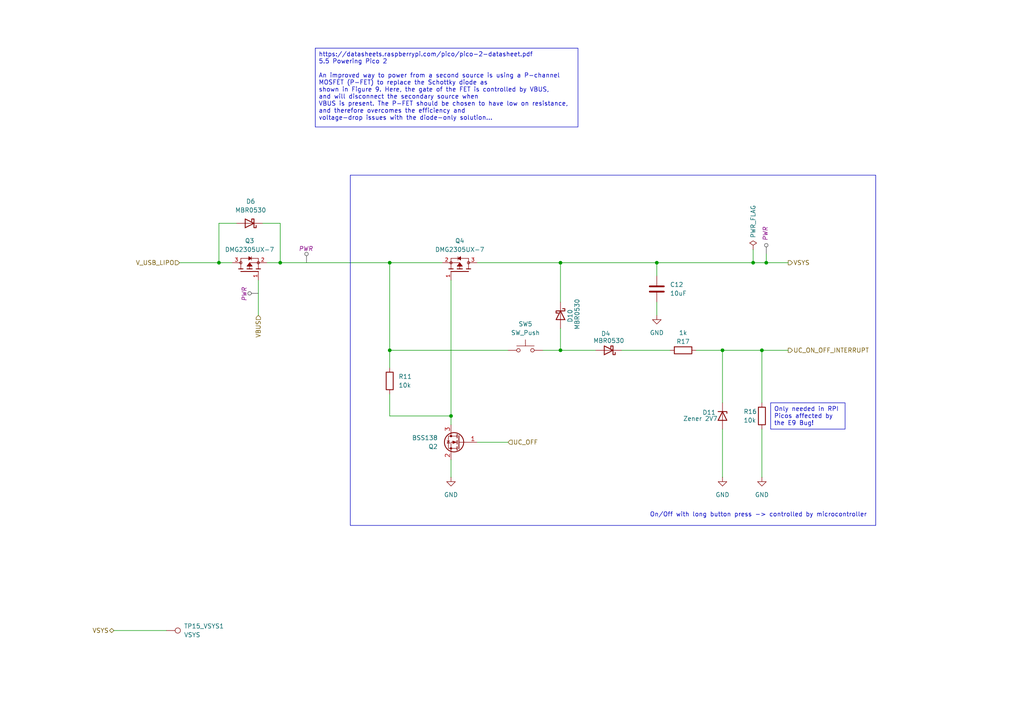
<source format=kicad_sch>
(kicad_sch (version 20250114) (generator "eeschema") (generator_version "9.0")
  (paper "A4")
  (lib_symbols
    (symbol "Connector:TestPoint" (pin_numbers (hide yes)) (pin_names (offset 0.762) (hide yes))
      (property "Reference" "TP" (at 0 6.858 0))
      (property "Value" "TestPoint" (at 0 5.08 0))
      (symbol "TestPoint_0_1"
        (circle (center 0 3.302) (radius 0.762))
      )
      (symbol "TestPoint_1_1"
        (pin passive line (at 0 0 90) (length 2.54) (name "1") (number "1"))
      )
    )
    (symbol "DMG2305UX-7:DMG2305UX-7" (pin_names (offset 1.016))
      (property "Reference" "Q" (at -8.89 3.81 0))
      (property "Value" "DMG2305UX-7" (at -8.89 -6.35 0))
      (symbol "DMG2305UX-7_0_0"
        (polyline (pts (xy 0 -2.54) (xy 0 2.54)) (stroke (width 0.254)))
        (polyline (pts (xy 0.762 2.54) (xy 0.762 3.175)) (stroke (width 0.254)))
        (polyline (pts (xy 0.762 1.905) (xy 0.762 2.54)) (stroke (width 0.254)))
        (polyline (pts (xy 0.762 0) (xy 0.762 0.762)) (stroke (width 0.254)))
        (polyline (pts (xy 0.762 0) (xy 2.54 0)) (stroke (width 0.1524)))
        (polyline (pts (xy 0.762 -0.762) (xy 0.762 0)) (stroke (width 0.254)))
        (polyline (pts (xy 0.762 -2.54) (xy 0.762 -1.905)) (stroke (width 0.254)))
        (polyline (pts (xy 0.762 -2.54) (xy 2.54 -2.54)) (stroke (width 0.1524)))
        (polyline (pts (xy 0.762 -3.175) (xy 0.762 -2.54)) (stroke (width 0.254)))
        (polyline (pts (xy 2.54 2.54) (xy 0.762 2.54)) (stroke (width 0.1524)))
        (polyline (pts (xy 2.54 2.54) (xy 3.81 2.54)) (stroke (width 0.1524)))
        (circle (center 2.54 2.54) (radius 0.3592))
        (polyline (pts (xy 2.54 0) (xy 1.524 0.762) (xy 1.524 -0.762) (xy 2.54 0)) (stroke (width 0.1524)) (fill (type outline)))
        (polyline (pts (xy 2.54 -2.54) (xy 2.54 0)) (stroke (width 0.1524)))
        (polyline (pts (xy 2.54 -2.54) (xy 3.81 -2.54)) (stroke (width 0.1524)))
        (circle (center 2.54 -2.54) (radius 0.3592))
        (polyline (pts (xy 3.81 2.54) (xy 3.81 -0.508)) (stroke (width 0.1524)))
        (polyline (pts (xy 3.81 -0.508) (xy 3.302 -0.508)) (stroke (width 0.1524)))
        (polyline (pts (xy 3.81 -0.508) (xy 3.81 -2.54)) (stroke (width 0.1524)))
        (polyline (pts (xy 3.81 -0.508) (xy 3.302 0.254) (xy 4.318 0.254) (xy 3.81 -0.508)) (stroke (width 0.1524)) (fill (type outline)))
        (polyline (pts (xy 4.318 -0.508) (xy 3.81 -0.508)) (stroke (width 0.1524)))
        (pin passive line (at -2.54 -2.54 0) (length 2.54) (name "~") (number "1"))
        (pin passive line (at 2.54 5.08 270) (length 2.54) (name "~") (number "3"))
        (pin passive line (at 2.54 -5.08 90) (length 2.54) (name "~") (number "2"))
      )
    )
    (symbol "Device:C" (pin_numbers (hide yes)) (pin_names (offset 0.254))
      (property "Reference" "C" (at 0.635 2.54 0))
      (property "Value" "C" (at 0.635 -2.54 0))
      (symbol "C_0_1"
        (polyline (pts (xy -2.032 0.762) (xy 2.032 0.762)) (stroke (width 0.508)))
        (polyline (pts (xy -2.032 -0.762) (xy 2.032 -0.762)) (stroke (width 0.508)))
      )
      (symbol "C_1_1"
        (pin passive line (at 0 3.81 270) (length 2.794) (name "~") (number "1"))
        (pin passive line (at 0 -3.81 90) (length 2.794) (name "~") (number "2"))
      )
    )
    (symbol "Device:D_Zener" (pin_numbers (hide yes)) (pin_names (offset 1.016) (hide yes))
      (property "Reference" "D" (at 0 2.54 0))
      (property "Value" "D_Zener" (at 0 -2.54 0))
      (symbol "D_Zener_0_1"
        (polyline (pts (xy -1.27 -1.27) (xy -1.27 1.27) (xy -0.762 1.27)) (stroke (width 0.254)))
        (polyline (pts (xy 1.27 0) (xy -1.27 0)))
        (polyline (pts (xy 1.27 -1.27) (xy 1.27 1.27) (xy -1.27 0) (xy 1.27 -1.27)) (stroke (width 0.254)))
      )
      (symbol "D_Zener_1_1"
        (pin passive line (at -3.81 0 0) (length 2.54) (name "K") (number "1"))
        (pin passive line (at 3.81 0 180) (length 2.54) (name "A") (number "2"))
      )
    )
    (symbol "Device:R" (pin_numbers (hide yes)) (pin_names (offset 0))
      (property "Reference" "R" (at 2.032 0 90))
      (property "Value" "R" (at 0 0 90))
      (symbol "R_0_1"
        (rectangle (start -1.016 -2.54) (end 1.016 2.54) (stroke (width 0.254)))
      )
      (symbol "R_1_1"
        (pin passive line (at 0 3.81 270) (length 1.27) (name "~") (number "1"))
        (pin passive line (at 0 -3.81 90) (length 1.27) (name "~") (number "2"))
      )
    )
    (symbol "Diode:MBR0530" (pin_numbers (hide yes)) (pin_names (offset 1.016) (hide yes))
      (property "Reference" "D" (at 0 2.54 0))
      (property "Value" "MBR0530" (at 0 -2.54 0))
      (symbol "MBR0530_0_1"
        (polyline (pts (xy -1.905 0.635) (xy -1.905 1.27) (xy -1.27 1.27) (xy -1.27 -1.27) (xy -0.635 -1.27) (xy -0.635 -0.635)) (stroke (width 0.254)))
        (polyline (pts (xy 1.27 1.27) (xy 1.27 -1.27) (xy -1.27 0) (xy 1.27 1.27)) (stroke (width 0.254)))
        (polyline (pts (xy 1.27 0) (xy -1.27 0)))
      )
      (symbol "MBR0530_1_1"
        (pin passive line (at -3.81 0 0) (length 2.54) (name "K") (number "1"))
        (pin passive line (at 3.81 0 180) (length 2.54) (name "A") (number "2"))
      )
    )
    (symbol "Switch:SW_Push" (pin_numbers (hide yes)) (pin_names (offset 1.016) (hide yes))
      (property "Reference" "SW" (at 1.27 2.54 0))
      (property "Value" "SW_Push" (at 0 -1.524 0))
      (symbol "SW_Push_0_1"
        (circle (center -2.032 0) (radius 0.508))
        (polyline (pts (xy 0 1.27) (xy 0 3.048)))
        (circle (center 2.032 0) (radius 0.508))
        (polyline (pts (xy 2.54 1.27) (xy -2.54 1.27)))
        (pin passive line (at -5.08 0 0) (length 2.54) (name "1") (number "1"))
        (pin passive line (at 5.08 0 180) (length 2.54) (name "2") (number "2"))
      )
    )
    (symbol "Transistor_FET:BSS138" (pin_names (offset 0) (hide yes))
      (property "Reference" "Q" (at 5.08 1.905 0))
      (property "Value" "BSS138" (at 5.08 0 0))
      (symbol "BSS138_0_1"
        (polyline (pts (xy 0.254 1.905) (xy 0.254 -1.905)) (stroke (width 0.254)))
        (polyline (pts (xy 0.254 0) (xy -2.54 0)))
        (polyline (pts (xy 0.762 2.286) (xy 0.762 1.27)) (stroke (width 0.254)))
        (polyline (pts (xy 0.762 0.508) (xy 0.762 -0.508)) (stroke (width 0.254)))
        (polyline (pts (xy 0.762 -1.27) (xy 0.762 -2.286)) (stroke (width 0.254)))
        (polyline (pts (xy 0.762 -1.778) (xy 3.302 -1.778) (xy 3.302 1.778) (xy 0.762 1.778)))
        (polyline (pts (xy 1.016 0) (xy 2.032 0.381) (xy 2.032 -0.381) (xy 1.016 0)) (fill (type outline)))
        (circle (center 1.651 0) (radius 2.794) (stroke (width 0.254)))
        (polyline (pts (xy 2.54 2.54) (xy 2.54 1.778)))
        (circle (center 2.54 1.778) (radius 0.254) (fill (type outline)))
        (circle (center 2.54 -1.778) (radius 0.254) (fill (type outline)))
        (polyline (pts (xy 2.54 -2.54) (xy 2.54 0) (xy 0.762 0)))
        (polyline (pts (xy 2.921 0.381) (xy 3.683 0.381)))
        (polyline (pts (xy 3.302 0.381) (xy 2.921 -0.254) (xy 3.683 -0.254) (xy 3.302 0.381)))
      )
      (symbol "BSS138_1_1"
        (pin input line (at -5.08 0 0) (length 2.54) (name "G") (number "1"))
        (pin passive line (at 2.54 5.08 270) (length 2.54) (name "D") (number "3"))
        (pin passive line (at 2.54 -5.08 90) (length 2.54) (name "S") (number "2"))
      )
    )
    (symbol "power:GND" (power) (pin_numbers (hide yes)) (pin_names (offset 0) (hide yes))
      (property "Value" "GND" (at 0 -3.81 0))
      (symbol "GND_0_1"
        (polyline (pts (xy 0 0) (xy 0 -1.27) (xy 1.27 -1.27) (xy 0 -2.54) (xy -1.27 -1.27) (xy 0 -1.27)))
      )
      (symbol "GND_1_1"
        (pin power_in line (at 0 0 270) (length 0) (name "~") (number "1"))
      )
    )
    (symbol "power:PWR_FLAG" (power) (pin_numbers (hide yes)) (pin_names (offset 0) (hide yes))
      (property "Value" "PWR_FLAG" (at 0 3.81 0))
      (symbol "PWR_FLAG_0_0"
        (pin power_out line (at 0 0 90) (length 0) (name "~") (number "1"))
      )
      (symbol "PWR_FLAG_0_1"
        (polyline (pts (xy 0 0) (xy 0 1.27) (xy -1.016 1.905) (xy 0 2.54) (xy 1.016 1.905) (xy 0 1.27)))
      )
    )
  )
  (rectangle (start 101.6 50.8) (end 254 152.4))
  (text "On/Off with long button press -> controlled by microcontroller" (at 219.964 149.352 0) (effects (font (size 1.27 1.27))))
  (text_box "https://datasheets.raspberrypi.com/pico/pico-2-datasheet.pdf\n5.5 Powering Pico 2\n\nAn improved way to power from a second source is using a P-channel \nMOSFET (P-FET) to replace the Schottky diode as\nshown in Figure 9. Here, the gate of the FET is controlled by VBUS,\nand will disconnect the secondary source when\nVBUS is present. The P-FET should be chosen to have low on resistance,\nand therefore overcomes the efficiency and\nvoltage-drop issues with the diode-only solution..." (at 91.44 13.97 0) (size 76.2 22.86) (margins 0.9525 0.9525 0.9525 0.9525) (effects (font (size 1.27 1.27)) (justify left top)))
  (text_box "Only needed in RPI Picos affected by the E9 Bug!" (at 223.52 116.84 0) (size 21.59 7.62) (margins 0.9525 0.9525 0.9525 0.9525) (effects (font (size 1.27 1.27)) (justify left top)))
  (junction (at 63.5 76.2))
  (junction (at 222.25 76.2))
  (junction (at 218.44 76.2))
  (junction (at 220.98 101.6))
  (junction (at 113.03 76.2))
  (junction (at 162.56 101.6))
  (junction (at 113.03 101.6))
  (junction (at 162.56 76.2))
  (junction (at 130.81 120.65))
  (junction (at 81.28 76.2))
  (junction (at 209.55 101.6))
  (junction (at 190.5 76.2))
  (wire (pts (xy 130.81 81.28) (xy 130.81 120.65)))
  (wire (pts (xy 162.56 76.2) (xy 190.5 76.2)))
  (wire (pts (xy 220.98 101.6) (xy 228.6 101.6)))
  (wire (pts (xy 81.28 76.2) (xy 77.47 76.2)))
  (wire (pts (xy 162.56 101.6) (xy 172.72 101.6)))
  (wire (pts (xy 33.02 182.88) (xy 48.26 182.88)))
  (wire (pts (xy 190.5 76.2) (xy 218.44 76.2)))
  (wire (pts (xy 63.5 76.2) (xy 67.31 76.2)))
  (wire (pts (xy 209.55 101.6) (xy 209.55 116.84)))
  (wire (pts (xy 130.81 120.65) (xy 130.81 123.19)))
  (wire (pts (xy 209.55 101.6) (xy 220.98 101.6)))
  (wire (pts (xy 201.93 101.6) (xy 209.55 101.6)))
  (wire (pts (xy 157.48 101.6) (xy 162.56 101.6)))
  (wire (pts (xy 220.98 116.84) (xy 220.98 101.6)))
  (wire (pts (xy 162.56 95.25) (xy 162.56 101.6)))
  (wire (pts (xy 218.44 72.39) (xy 218.44 76.2)))
  (wire (pts (xy 209.55 124.46) (xy 209.55 138.43)))
  (wire (pts (xy 113.03 101.6) (xy 147.32 101.6)))
  (wire (pts (xy 113.03 114.3) (xy 113.03 120.65)))
  (wire (pts (xy 81.28 64.77) (xy 81.28 76.2)))
  (wire (pts (xy 74.93 81.28) (xy 74.93 91.44)))
  (wire (pts (xy 222.25 76.2) (xy 228.6 76.2)))
  (wire (pts (xy 113.03 101.6) (xy 113.03 106.68)))
  (wire (pts (xy 81.28 76.2) (xy 113.03 76.2)))
  (wire (pts (xy 130.81 138.43) (xy 130.81 133.35)))
  (wire (pts (xy 63.5 64.77) (xy 63.5 76.2)))
  (wire (pts (xy 138.43 128.27) (xy 147.32 128.27)))
  (wire (pts (xy 162.56 87.63) (xy 162.56 76.2)))
  (wire (pts (xy 68.58 64.77) (xy 63.5 64.77)))
  (wire (pts (xy 76.2 64.77) (xy 81.28 64.77)))
  (wire (pts (xy 113.03 76.2) (xy 128.27 76.2)))
  (wire (pts (xy 113.03 76.2) (xy 113.03 101.6)))
  (wire (pts (xy 113.03 120.65) (xy 130.81 120.65)))
  (wire (pts (xy 138.43 76.2) (xy 162.56 76.2)))
  (wire (pts (xy 222.25 73.66) (xy 222.25 76.2)))
  (wire (pts (xy 190.5 80.01) (xy 190.5 76.2)))
  (wire (pts (xy 220.98 124.46) (xy 220.98 138.43)))
  (wire (pts (xy 190.5 87.63) (xy 190.5 91.44)))
  (wire (pts (xy 180.34 101.6) (xy 194.31 101.6)))
  (wire (pts (xy 52.07 76.2) (xy 63.5 76.2)))
  (wire (pts (xy 222.25 76.2) (xy 218.44 76.2)))
  (hierarchical_label "VSYS" (shape output) (at 228.6 76.2 0))
  (hierarchical_label "UC_OFF" (shape input) (at 147.32 128.27 0))
  (hierarchical_label "V_USB_LIPO" (shape input) (at 52.07 76.2 180))
  (hierarchical_label "VSYS" (shape bidirectional) (at 33.02 182.88 180))
  (hierarchical_label "UC_ON_OFF_INTERRUPT" (shape output) (at 228.6 101.6 0))
  (hierarchical_label "VBUS" (shape input) (at 74.93 91.44 270))
  (netclass_flag "" (length 2.54) (shape round) (at 74.93 85.09 90) (property "Netclass" "PWR" (at 70.866 87.376 90) (effects (font (italic yes)) (justify left))))
  (netclass_flag "" (length 2.54) (shape round) (at 222.25 73.66 0) (property "Netclass" "PWR" (at 221.996 69.85 90) (effects (font (italic yes)) (justify left))))
  (netclass_flag "" (length 2.54) (shape round) (at 88.9 76.2 0) (property "Netclass" "PWR" (at 86.614 72.136 0) (effects (font (italic yes)) (justify left))))
  (symbol (lib_id "power:GND") (at 190.5 91.44 0) (unit 1)
    (property "Reference" "#PWR021" (effects (hide yes)))
    (property "Value" "GND" (at 190.5 96.52 0))
    (property "Description" "Power symbol creates a global label with name \"GND\" , ground" (effects (hide yes)))
  )
  (symbol (lib_id "Device:R") (at 220.98 120.65 0) (unit 1)
    (property "Reference" "R16" (at 215.646 119.38 0) (effects (justify left)))
    (property "Value" "10k" (at 215.646 121.92 0) (effects (justify left)))
    (property "Footprint" "Resistor_SMD:R_1206_3216Metric_Pad1.30x1.75mm_HandSolder" (effects (hide yes)))
    (property "Description" "Resistor" (effects (hide yes)))
  )
  (symbol (lib_id "Diode:MBR0530") (at 176.53 101.6 180) (unit 1)
    (property "Reference" "D4" (at 177.038 96.774 0) (effects (justify left)))
    (property "Value" "MBR0530" (at 181.102 98.806 0) (effects (justify left)))
    (property "Footprint" "Diode_SMD:D_SOD-123" (effects (hide yes)))
    (property "Datasheet" "http://www.mccsemi.com/up_pdf/MBR0520~MBR0580(SOD123).pdf" (effects (hide yes)))
    (property "Description" "30V 0.5A Schottky Power Rectifier Diode, SOD-123" (effects (hide yes)))
  )
  (symbol (lib_id "Device:R") (at 113.03 110.49 0) (unit 1)
    (property "Reference" "R11" (at 115.57 109.2199 0) (effects (justify left)))
    (property "Value" "10k" (at 115.57 111.7599 0) (effects (justify left)))
    (property "Footprint" "Resistor_SMD:R_1206_3216Metric_Pad1.30x1.75mm_HandSolder" (effects (hide yes)))
    (property "Description" "Resistor" (effects (hide yes)))
  )
  (symbol (lib_id "DMG2305UX-7:DMG2305UX-7") (at 133.35 78.74 270) (mirror x) (unit 1)
    (property "Reference" "Q4" (at 133.35 69.85 90))
    (property "Value" "DMG2305UX-7" (at 133.35 72.39 90))
    (property "Footprint" "Package_TO_SOT_SMD:SOT-23-3" (effects (hide yes)))
    (property "MF" "Diodes Inc." (effects (hide yes)))
    (property "MAXIMUM_PACKAGE_HEIGHT" "1.1mm" (effects (hide yes)))
    (property "Package" "SOT-23 Diodes Inc." (effects (hide yes)))
    (property "Price" "None" (effects (hide yes)))
    (property "Check_prices" "https://www.snapeda.com/parts/DMG2305UX-7/Diodes+Inc./view-part/?ref=eda" (effects (hide yes)))
    (property "STANDARD" "IPC-7351B" (effects (hide yes)))
    (property "PARTREV" "09/2018" (effects (hide yes)))
    (property "SnapEDA_Link" "https://www.snapeda.com/parts/DMG2305UX-7/Diodes+Inc./view-part/?ref=snap" (effects (hide yes)))
    (property "MP" "DMG2305UX-7" (effects (hide yes)))
    (property "Description_1" "MOSFET P-Ch 20V 5A Enhancement SOT23 | Diodes Inc DMG2305UX-7" (effects (hide yes)))
    (property "Availability" "In Stock" (effects (hide yes)))
    (property "MANUFACTURER" "Diodes Inc." (effects (hide yes)))
  )
  (symbol (lib_id "DMG2305UX-7:DMG2305UX-7") (at 72.39 78.74 90) (unit 1)
    (property "Reference" "Q3" (at 72.39 69.85 90))
    (property "Value" "DMG2305UX-7" (at 72.39 72.39 90))
    (property "Footprint" "Package_TO_SOT_SMD:SOT-23-3" (effects (hide yes)))
    (property "MF" "Diodes Inc." (effects (hide yes)))
    (property "MAXIMUM_PACKAGE_HEIGHT" "1.1mm" (effects (hide yes)))
    (property "Package" "SOT-23 Diodes Inc." (effects (hide yes)))
    (property "Price" "None" (effects (hide yes)))
    (property "Check_prices" "https://www.snapeda.com/parts/DMG2305UX-7/Diodes+Inc./view-part/?ref=eda" (effects (hide yes)))
    (property "STANDARD" "IPC-7351B" (effects (hide yes)))
    (property "PARTREV" "09/2018" (effects (hide yes)))
    (property "SnapEDA_Link" "https://www.snapeda.com/parts/DMG2305UX-7/Diodes+Inc./view-part/?ref=snap" (effects (hide yes)))
    (property "MP" "DMG2305UX-7" (effects (hide yes)))
    (property "Description_1" "MOSFET P-Ch 20V 5A Enhancement SOT23 | Diodes Inc DMG2305UX-7" (effects (hide yes)))
    (property "Availability" "In Stock" (effects (hide yes)))
    (property "MANUFACTURER" "Diodes Inc." (effects (hide yes)))
  )
  (symbol (lib_id "Diode:MBR0530") (at 162.56 91.44 270) (unit 1)
    (property "Reference" "D10" (at 165.354 89.662 0) (effects (justify left)))
    (property "Value" "MBR0530" (at 167.386 86.614 0) (effects (justify left)))
    (property "Footprint" "Diode_SMD:D_SOD-123" (effects (hide yes)))
    (property "Datasheet" "http://www.mccsemi.com/up_pdf/MBR0520~MBR0580(SOD123).pdf" (effects (hide yes)))
    (property "Description" "30V 0.5A Schottky Power Rectifier Diode, SOD-123" (effects (hide yes)))
  )
  (symbol (lib_id "power:PWR_FLAG") (at 218.44 72.39 0) (unit 1)
    (property "Reference" "#FLG06" (effects (hide yes)))
    (property "Value" "PWR_FLAG" (at 218.44 64.262 90))
    (property "Description" "Special symbol for telling ERC where power comes from" (effects (hide yes)))
  )
  (symbol (lib_id "Transistor_FET:BSS138") (at 133.35 128.27 0) (mirror y) (unit 1)
    (property "Reference" "Q2" (at 127 129.5401 0) (effects (justify left)))
    (property "Value" "BSS138" (at 127 127.0001 0) (effects (justify left)))
    (property "Footprint" "Package_TO_SOT_SMD:SOT-23" (effects (hide yes)))
    (property "Datasheet" "https://www.onsemi.com/pub/Collateral/BSS138-D.PDF" (effects (hide yes)))
    (property "Description" "50V Vds, 0.22A Id, N-Channel MOSFET, SOT-23" (effects (hide yes)))
  )
  (symbol (lib_id "Device:C") (at 190.5 83.82 0) (unit 1)
    (property "Reference" "C12" (at 194.31 82.5499 0) (effects (justify left)))
    (property "Value" "10uF" (at 194.31 85.0899 0) (effects (justify left)))
    (property "Footprint" "Capacitor_SMD:C_1206_3216Metric_Pad1.33x1.80mm_HandSolder" (effects (hide yes)))
    (property "Description" "Unpolarized capacitor" (effects (hide yes)))
  )
  (symbol (lib_id "power:GND") (at 209.55 138.43 0) (unit 1)
    (property "Reference" "#PWR023" (effects (hide yes)))
    (property "Value" "GND" (at 209.55 143.51 0))
    (property "Description" "Power symbol creates a global label with name \"GND\" , ground" (effects (hide yes)))
  )
  (symbol (lib_id "Device:R") (at 198.12 101.6 270) (unit 1)
    (property "Reference" "R17" (at 198.12 99.06 90))
    (property "Value" "1k" (at 198.12 96.52 90))
    (property "Footprint" "Resistor_SMD:R_1206_3216Metric_Pad1.30x1.75mm_HandSolder" (effects (hide yes)))
    (property "Description" "Resistor" (effects (hide yes)))
  )
  (symbol (lib_id "power:GND") (at 130.81 138.43 0) (unit 1)
    (property "Reference" "#PWR020" (effects (hide yes)))
    (property "Value" "GND" (at 130.81 143.51 0))
    (property "Description" "Power symbol creates a global label with name \"GND\" , ground" (effects (hide yes)))
  )
  (symbol (lib_id "Diode:MBR0530") (at 72.39 64.77 180) (unit 1)
    (property "Reference" "D6" (at 72.7075 58.42 0))
    (property "Value" "MBR0530" (at 72.7075 60.96 0))
    (property "Footprint" "Diode_SMD:D_SOD-123" (effects (hide yes)))
    (property "Datasheet" "http://www.mccsemi.com/up_pdf/MBR0520~MBR0580(SOD123).pdf" (effects (hide yes)))
    (property "Description" "30V 0.5A Schottky Power Rectifier Diode, SOD-123" (effects (hide yes)))
  )
  (symbol (lib_id "power:GND") (at 220.98 138.43 0) (unit 1)
    (property "Reference" "#PWR019" (effects (hide yes)))
    (property "Value" "GND" (at 220.98 143.51 0))
    (property "Description" "Power symbol creates a global label with name \"GND\" , ground" (effects (hide yes)))
  )
  (symbol (lib_id "Switch:SW_Push") (at 152.4 101.6 0) (unit 1)
    (property "Reference" "SW5" (at 152.4 93.98 0))
    (property "Value" "SW_Push" (at 152.4 96.52 0))
    (property "Footprint" "Button_Switch_THT:SW_PUSH_6mm" (effects (hide yes)))
    (property "Description" "Push button switch, generic, two pins" (effects (hide yes)))
  )
  (symbol (lib_id "Device:D_Zener") (at 209.55 120.65 270) (unit 1)
    (property "Reference" "D11" (at 203.708 119.634 90) (effects (justify left)))
    (property "Value" "Zener 2V7" (at 198.12 121.412 90) (effects (justify left)))
    (property "Footprint" "Diode_SMD:D_1206_3216Metric_Pad1.42x1.75mm_HandSolder" (effects (hide yes)))
    (property "Description" "Zener diode" (effects (hide yes)))
  )
  (symbol (lib_id "Connector:TestPoint") (at 48.26 182.88 270) (unit 1)
    (property "Reference" "TP15_VSYS1" (at 53.34 181.6099 90) (effects (justify left)))
    (property "Value" "VSYS" (at 53.34 184.1499 90) (effects (justify left)))
    (property "Footprint" "TestPoint:TestPoint_Pad_D2.5mm" (effects (hide yes)))
    (property "Description" "test point" (effects (hide yes)))
  )
)
</source>
